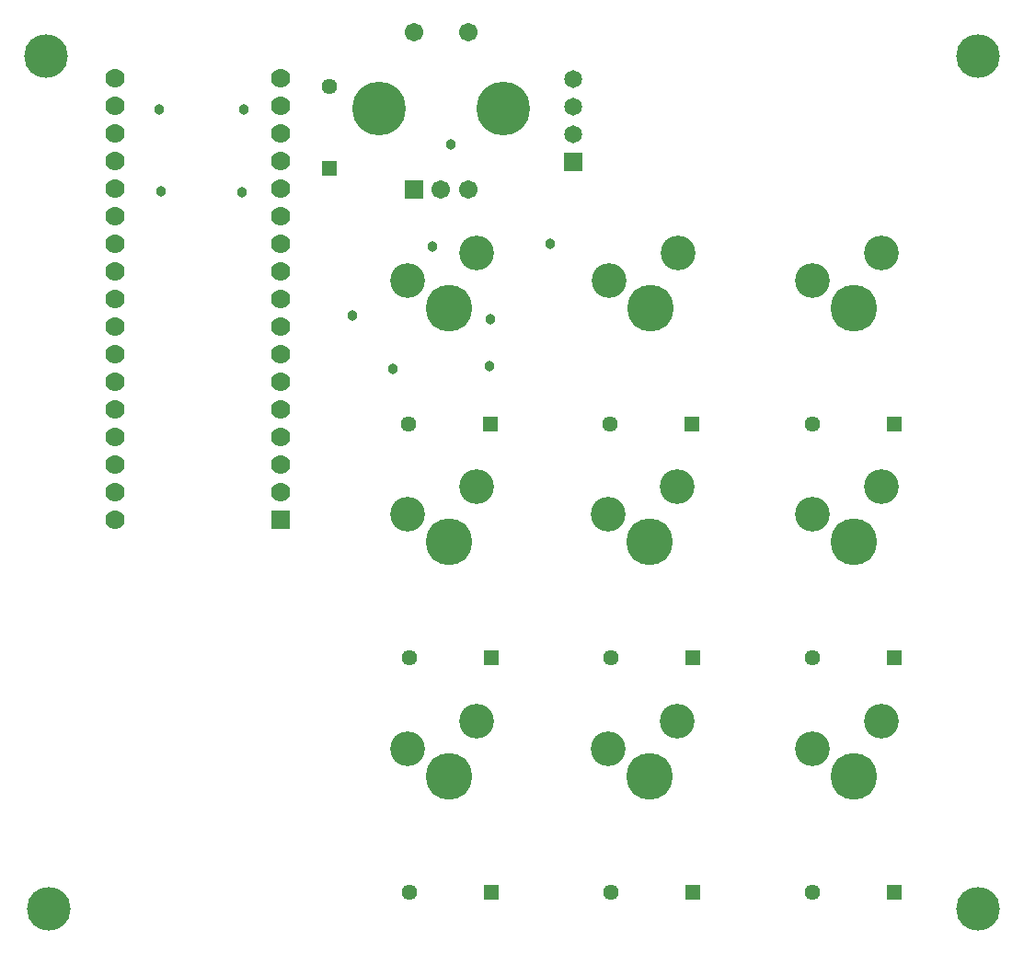
<source format=gts>
G04*
G04 #@! TF.GenerationSoftware,Altium Limited,Altium Designer,25.8.1 (18)*
G04*
G04 Layer_Color=8388736*
%FSLAX25Y25*%
%MOIN*%
G70*
G04*
G04 #@! TF.SameCoordinates,DF7FB86F-BB7A-4952-9DC5-A7C3E525FF5A*
G04*
G04*
G04 #@! TF.FilePolarity,Negative*
G04*
G01*
G75*
%ADD14C,0.06509*%
%ADD15R,0.06509X0.06509*%
%ADD16C,0.07000*%
%ADD17C,0.06706*%
%ADD18C,0.19461*%
%ADD19C,0.16900*%
%ADD20C,0.12611*%
%ADD21R,0.06706X0.06706*%
%ADD22C,0.05674*%
%ADD23R,0.05674X0.05674*%
%ADD24C,0.15800*%
%ADD25R,0.05674X0.05674*%
%ADD26R,0.07000X0.07000*%
%ADD27C,0.03800*%
D14*
X280500Y303500D02*
D03*
Y313500D02*
D03*
Y323500D02*
D03*
D15*
Y293500D02*
D03*
D16*
X114500Y244000D02*
D03*
Y254000D02*
D03*
X174500Y214000D02*
D03*
X114500Y194000D02*
D03*
X174500Y224000D02*
D03*
Y234000D02*
D03*
Y274000D02*
D03*
Y174000D02*
D03*
Y184000D02*
D03*
Y194000D02*
D03*
Y204000D02*
D03*
Y244000D02*
D03*
Y254000D02*
D03*
Y264000D02*
D03*
Y284000D02*
D03*
Y294000D02*
D03*
Y304000D02*
D03*
Y314000D02*
D03*
Y324000D02*
D03*
X114500D02*
D03*
Y314000D02*
D03*
Y304000D02*
D03*
Y294000D02*
D03*
Y284000D02*
D03*
Y274000D02*
D03*
Y264000D02*
D03*
Y234000D02*
D03*
Y224000D02*
D03*
Y214000D02*
D03*
Y204000D02*
D03*
Y184000D02*
D03*
Y174000D02*
D03*
Y164000D02*
D03*
D17*
X232500Y283500D02*
D03*
X242342Y340587D02*
D03*
Y283500D02*
D03*
X222657Y340587D02*
D03*
D18*
X254941Y313028D02*
D03*
X210059D02*
D03*
D19*
X235500Y240500D02*
D03*
X382000Y71000D02*
D03*
X308000D02*
D03*
X235500D02*
D03*
X382000Y156000D02*
D03*
X308000D02*
D03*
X235500D02*
D03*
X308500Y240500D02*
D03*
X382000D02*
D03*
D20*
X392000Y176000D02*
D03*
X367000Y166000D02*
D03*
X318000Y176000D02*
D03*
X293000Y166000D02*
D03*
X245500Y260500D02*
D03*
X220500Y250500D02*
D03*
X318500Y260500D02*
D03*
X293500Y250500D02*
D03*
X318000Y91000D02*
D03*
X293000Y81000D02*
D03*
X392000Y91000D02*
D03*
X367000Y81000D02*
D03*
X245500Y91000D02*
D03*
X220500Y81000D02*
D03*
X245500Y176000D02*
D03*
X220500Y166000D02*
D03*
X392000Y260500D02*
D03*
X367000Y250500D02*
D03*
D21*
X222657Y283500D02*
D03*
D22*
X192000Y320837D02*
D03*
X367163Y198500D02*
D03*
X293663D02*
D03*
X220663D02*
D03*
X367163Y29000D02*
D03*
X294163D02*
D03*
X221163D02*
D03*
Y114000D02*
D03*
X294163D02*
D03*
X367163D02*
D03*
D23*
X192000Y291163D02*
D03*
D24*
X427000Y332000D02*
D03*
X90500Y23000D02*
D03*
X427000D02*
D03*
X89500Y332000D02*
D03*
D25*
X323337Y198500D02*
D03*
X396837D02*
D03*
X250337D02*
D03*
X250837Y114000D02*
D03*
X323837D02*
D03*
X396837D02*
D03*
X250837Y29000D02*
D03*
X323837D02*
D03*
X396837D02*
D03*
D26*
X174500Y164000D02*
D03*
D27*
X131000Y283000D02*
D03*
X160500Y282500D02*
D03*
X161000Y312500D02*
D03*
X130500D02*
D03*
X236000Y300000D02*
D03*
X200500Y238000D02*
D03*
X250500Y236500D02*
D03*
X229500Y263000D02*
D03*
X215000Y218500D02*
D03*
X250000Y219500D02*
D03*
X272000Y264000D02*
D03*
M02*

</source>
